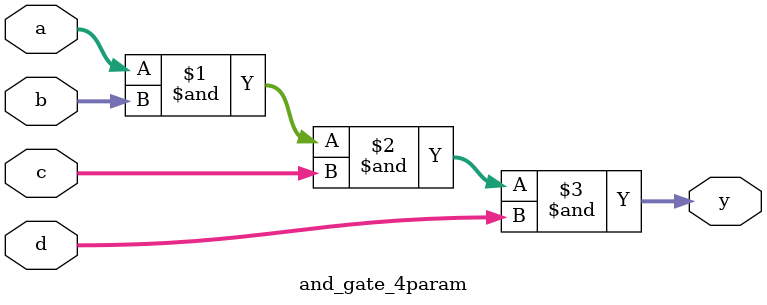
<source format=sv>
module and_gate_4param #(parameter WIDTH = 4) (
    input wire [WIDTH-1:0] a,  // Input A
    input wire [WIDTH-1:0] b,  // Input B
    input wire [WIDTH-1:0] c,  // Input C
    input wire [WIDTH-1:0] d,  // Input D
    output wire [WIDTH-1:0] y  // Output Y
);
    assign y = a & b & c & d;  // AND operation
endmodule

</source>
